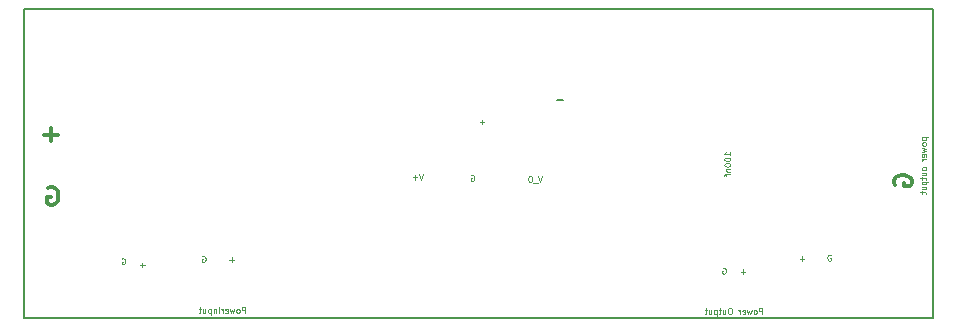
<source format=gbo>
G04 #@! TF.FileFunction,Legend,Bot*
%FSLAX46Y46*%
G04 Gerber Fmt 4.6, Leading zero omitted, Abs format (unit mm)*
G04 Created by KiCad (PCBNEW 0.201508290901+6132~28~ubuntu14.04.1-product) date Sat 02 Jan 2016 04:08:58 PM EST*
%MOMM*%
G01*
G04 APERTURE LIST*
%ADD10C,0.100000*%
%ADD11C,0.125000*%
%ADD12C,0.200000*%
%ADD13C,0.300000*%
%ADD14C,0.150000*%
G04 APERTURE END LIST*
D10*
D11*
X186074857Y-54880963D02*
X186574857Y-54880963D01*
X186098667Y-54880963D02*
X186074857Y-54928582D01*
X186074857Y-55023820D01*
X186098667Y-55071439D01*
X186122476Y-55095248D01*
X186170095Y-55119058D01*
X186312952Y-55119058D01*
X186360571Y-55095248D01*
X186384381Y-55071439D01*
X186408190Y-55023820D01*
X186408190Y-54928582D01*
X186384381Y-54880963D01*
X186408190Y-55404772D02*
X186384381Y-55357153D01*
X186360571Y-55333344D01*
X186312952Y-55309534D01*
X186170095Y-55309534D01*
X186122476Y-55333344D01*
X186098667Y-55357153D01*
X186074857Y-55404772D01*
X186074857Y-55476201D01*
X186098667Y-55523820D01*
X186122476Y-55547629D01*
X186170095Y-55571439D01*
X186312952Y-55571439D01*
X186360571Y-55547629D01*
X186384381Y-55523820D01*
X186408190Y-55476201D01*
X186408190Y-55404772D01*
X186074857Y-55738106D02*
X186408190Y-55833344D01*
X186170095Y-55928582D01*
X186408190Y-56023820D01*
X186074857Y-56119058D01*
X186384381Y-56500011D02*
X186408190Y-56452392D01*
X186408190Y-56357154D01*
X186384381Y-56309535D01*
X186336762Y-56285725D01*
X186146286Y-56285725D01*
X186098667Y-56309535D01*
X186074857Y-56357154D01*
X186074857Y-56452392D01*
X186098667Y-56500011D01*
X186146286Y-56523820D01*
X186193905Y-56523820D01*
X186241524Y-56285725D01*
X186408190Y-56738106D02*
X186074857Y-56738106D01*
X186170095Y-56738106D02*
X186122476Y-56761915D01*
X186098667Y-56785725D01*
X186074857Y-56833344D01*
X186074857Y-56880963D01*
X186408190Y-57500010D02*
X186384381Y-57452391D01*
X186360571Y-57428582D01*
X186312952Y-57404772D01*
X186170095Y-57404772D01*
X186122476Y-57428582D01*
X186098667Y-57452391D01*
X186074857Y-57500010D01*
X186074857Y-57571439D01*
X186098667Y-57619058D01*
X186122476Y-57642867D01*
X186170095Y-57666677D01*
X186312952Y-57666677D01*
X186360571Y-57642867D01*
X186384381Y-57619058D01*
X186408190Y-57571439D01*
X186408190Y-57500010D01*
X186074857Y-58095248D02*
X186408190Y-58095248D01*
X186074857Y-57880963D02*
X186336762Y-57880963D01*
X186384381Y-57904772D01*
X186408190Y-57952391D01*
X186408190Y-58023820D01*
X186384381Y-58071439D01*
X186360571Y-58095248D01*
X186074857Y-58261915D02*
X186074857Y-58452391D01*
X185908190Y-58333344D02*
X186336762Y-58333344D01*
X186384381Y-58357153D01*
X186408190Y-58404772D01*
X186408190Y-58452391D01*
X186074857Y-58619058D02*
X186574857Y-58619058D01*
X186098667Y-58619058D02*
X186074857Y-58666677D01*
X186074857Y-58761915D01*
X186098667Y-58809534D01*
X186122476Y-58833343D01*
X186170095Y-58857153D01*
X186312952Y-58857153D01*
X186360571Y-58833343D01*
X186384381Y-58809534D01*
X186408190Y-58761915D01*
X186408190Y-58666677D01*
X186384381Y-58619058D01*
X186074857Y-59285724D02*
X186408190Y-59285724D01*
X186074857Y-59071439D02*
X186336762Y-59071439D01*
X186384381Y-59095248D01*
X186408190Y-59142867D01*
X186408190Y-59214296D01*
X186384381Y-59261915D01*
X186360571Y-59285724D01*
X186074857Y-59452391D02*
X186074857Y-59642867D01*
X185908190Y-59523820D02*
X186336762Y-59523820D01*
X186384381Y-59547629D01*
X186408190Y-59595248D01*
X186408190Y-59642867D01*
D12*
X155600000Y-51700000D02*
X155650000Y-51700000D01*
X155150000Y-51700000D02*
X155600000Y-51700000D01*
D11*
X149009076Y-53578914D02*
X148628124Y-53578914D01*
X148818600Y-53769390D02*
X148818600Y-53388438D01*
X127790476Y-65235714D02*
X127409524Y-65235714D01*
X127600000Y-65426190D02*
X127600000Y-65045238D01*
X125119048Y-64950000D02*
X125166667Y-64926190D01*
X125238095Y-64926190D01*
X125309524Y-64950000D01*
X125357143Y-64997619D01*
X125380952Y-65045238D01*
X125404762Y-65140476D01*
X125404762Y-65211905D01*
X125380952Y-65307143D01*
X125357143Y-65354762D01*
X125309524Y-65402381D01*
X125238095Y-65426190D01*
X125190476Y-65426190D01*
X125119048Y-65402381D01*
X125095238Y-65378571D01*
X125095238Y-65211905D01*
X125190476Y-65211905D01*
X118319048Y-65150000D02*
X118366667Y-65126190D01*
X118438095Y-65126190D01*
X118509524Y-65150000D01*
X118557143Y-65197619D01*
X118580952Y-65245238D01*
X118604762Y-65340476D01*
X118604762Y-65411905D01*
X118580952Y-65507143D01*
X118557143Y-65554762D01*
X118509524Y-65602381D01*
X118438095Y-65626190D01*
X118390476Y-65626190D01*
X118319048Y-65602381D01*
X118295238Y-65578571D01*
X118295238Y-65411905D01*
X118390476Y-65411905D01*
X119859524Y-65685714D02*
X120240476Y-65685714D01*
X120050000Y-65876190D02*
X120050000Y-65495238D01*
X153920247Y-58154390D02*
X153753580Y-58654390D01*
X153586914Y-58154390D01*
X153539295Y-58702010D02*
X153158343Y-58702010D01*
X152944057Y-58154390D02*
X152848819Y-58154390D01*
X152801200Y-58178200D01*
X152753581Y-58225819D01*
X152729772Y-58321057D01*
X152729772Y-58487724D01*
X152753581Y-58582962D01*
X152801200Y-58630581D01*
X152848819Y-58654390D01*
X152944057Y-58654390D01*
X152991676Y-58630581D01*
X153039295Y-58582962D01*
X153063105Y-58487724D01*
X153063105Y-58321057D01*
X153039295Y-58225819D01*
X152991676Y-58178200D01*
X152944057Y-58154390D01*
X143826590Y-57951990D02*
X143659923Y-58451990D01*
X143493257Y-57951990D01*
X143326590Y-58261514D02*
X142945638Y-58261514D01*
X143136114Y-58451990D02*
X143136114Y-58071038D01*
X147875248Y-58079000D02*
X147922867Y-58055190D01*
X147994295Y-58055190D01*
X148065724Y-58079000D01*
X148113343Y-58126619D01*
X148137152Y-58174238D01*
X148160962Y-58269476D01*
X148160962Y-58340905D01*
X148137152Y-58436143D01*
X148113343Y-58483762D01*
X148065724Y-58531381D01*
X147994295Y-58555190D01*
X147946676Y-58555190D01*
X147875248Y-58531381D01*
X147851438Y-58507571D01*
X147851438Y-58340905D01*
X147946676Y-58340905D01*
X178330952Y-64850000D02*
X178283333Y-64826190D01*
X178211905Y-64826190D01*
X178140476Y-64850000D01*
X178092857Y-64897619D01*
X178069048Y-64945238D01*
X178045238Y-65040476D01*
X178045238Y-65111905D01*
X178069048Y-65207143D01*
X178092857Y-65254762D01*
X178140476Y-65302381D01*
X178211905Y-65326190D01*
X178259524Y-65326190D01*
X178330952Y-65302381D01*
X178354762Y-65278571D01*
X178354762Y-65111905D01*
X178259524Y-65111905D01*
X176090476Y-65135714D02*
X175709524Y-65135714D01*
X175900000Y-65326190D02*
X175900000Y-64945238D01*
X171090476Y-66235714D02*
X170709524Y-66235714D01*
X170900000Y-66426190D02*
X170900000Y-66045238D01*
X169169048Y-65950000D02*
X169216667Y-65926190D01*
X169288095Y-65926190D01*
X169359524Y-65950000D01*
X169407143Y-65997619D01*
X169430952Y-66045238D01*
X169454762Y-66140476D01*
X169454762Y-66211905D01*
X169430952Y-66307143D01*
X169407143Y-66354762D01*
X169359524Y-66402381D01*
X169288095Y-66426190D01*
X169240476Y-66426190D01*
X169169048Y-66402381D01*
X169145238Y-66378571D01*
X169145238Y-66211905D01*
X169240476Y-66211905D01*
D13*
X112864828Y-54640943D02*
X111721971Y-54640943D01*
X112293400Y-55212371D02*
X112293400Y-54069514D01*
X112078343Y-59168600D02*
X112221200Y-59097171D01*
X112435486Y-59097171D01*
X112649771Y-59168600D01*
X112792629Y-59311457D01*
X112864057Y-59454314D01*
X112935486Y-59740029D01*
X112935486Y-59954314D01*
X112864057Y-60240029D01*
X112792629Y-60382886D01*
X112649771Y-60525743D01*
X112435486Y-60597171D01*
X112292629Y-60597171D01*
X112078343Y-60525743D01*
X112006914Y-60454314D01*
X112006914Y-59954314D01*
X112292629Y-59954314D01*
D11*
X128750771Y-69745990D02*
X128750771Y-69245990D01*
X128560295Y-69245990D01*
X128512676Y-69269800D01*
X128488867Y-69293610D01*
X128465057Y-69341229D01*
X128465057Y-69412657D01*
X128488867Y-69460276D01*
X128512676Y-69484086D01*
X128560295Y-69507895D01*
X128750771Y-69507895D01*
X128179343Y-69745990D02*
X128226962Y-69722181D01*
X128250771Y-69698371D01*
X128274581Y-69650752D01*
X128274581Y-69507895D01*
X128250771Y-69460276D01*
X128226962Y-69436467D01*
X128179343Y-69412657D01*
X128107914Y-69412657D01*
X128060295Y-69436467D01*
X128036486Y-69460276D01*
X128012676Y-69507895D01*
X128012676Y-69650752D01*
X128036486Y-69698371D01*
X128060295Y-69722181D01*
X128107914Y-69745990D01*
X128179343Y-69745990D01*
X127846009Y-69412657D02*
X127750771Y-69745990D01*
X127655533Y-69507895D01*
X127560295Y-69745990D01*
X127465057Y-69412657D01*
X127084104Y-69722181D02*
X127131723Y-69745990D01*
X127226961Y-69745990D01*
X127274580Y-69722181D01*
X127298390Y-69674562D01*
X127298390Y-69484086D01*
X127274580Y-69436467D01*
X127226961Y-69412657D01*
X127131723Y-69412657D01*
X127084104Y-69436467D01*
X127060295Y-69484086D01*
X127060295Y-69531705D01*
X127298390Y-69579324D01*
X126846009Y-69745990D02*
X126846009Y-69412657D01*
X126846009Y-69507895D02*
X126822200Y-69460276D01*
X126798390Y-69436467D01*
X126750771Y-69412657D01*
X126703152Y-69412657D01*
X126536485Y-69745990D02*
X126536485Y-69245990D01*
X126298390Y-69412657D02*
X126298390Y-69745990D01*
X126298390Y-69460276D02*
X126274581Y-69436467D01*
X126226962Y-69412657D01*
X126155533Y-69412657D01*
X126107914Y-69436467D01*
X126084105Y-69484086D01*
X126084105Y-69745990D01*
X125846009Y-69412657D02*
X125846009Y-69912657D01*
X125846009Y-69436467D02*
X125798390Y-69412657D01*
X125703152Y-69412657D01*
X125655533Y-69436467D01*
X125631724Y-69460276D01*
X125607914Y-69507895D01*
X125607914Y-69650752D01*
X125631724Y-69698371D01*
X125655533Y-69722181D01*
X125703152Y-69745990D01*
X125798390Y-69745990D01*
X125846009Y-69722181D01*
X125179343Y-69412657D02*
X125179343Y-69745990D01*
X125393628Y-69412657D02*
X125393628Y-69674562D01*
X125369819Y-69722181D01*
X125322200Y-69745990D01*
X125250771Y-69745990D01*
X125203152Y-69722181D01*
X125179343Y-69698371D01*
X125012676Y-69412657D02*
X124822200Y-69412657D01*
X124941247Y-69245990D02*
X124941247Y-69674562D01*
X124917438Y-69722181D01*
X124869819Y-69745990D01*
X124822200Y-69745990D01*
X172533961Y-69826190D02*
X172533961Y-69326190D01*
X172343485Y-69326190D01*
X172295866Y-69350000D01*
X172272057Y-69373810D01*
X172248247Y-69421429D01*
X172248247Y-69492857D01*
X172272057Y-69540476D01*
X172295866Y-69564286D01*
X172343485Y-69588095D01*
X172533961Y-69588095D01*
X171962533Y-69826190D02*
X172010152Y-69802381D01*
X172033961Y-69778571D01*
X172057771Y-69730952D01*
X172057771Y-69588095D01*
X172033961Y-69540476D01*
X172010152Y-69516667D01*
X171962533Y-69492857D01*
X171891104Y-69492857D01*
X171843485Y-69516667D01*
X171819676Y-69540476D01*
X171795866Y-69588095D01*
X171795866Y-69730952D01*
X171819676Y-69778571D01*
X171843485Y-69802381D01*
X171891104Y-69826190D01*
X171962533Y-69826190D01*
X171629199Y-69492857D02*
X171533961Y-69826190D01*
X171438723Y-69588095D01*
X171343485Y-69826190D01*
X171248247Y-69492857D01*
X170867294Y-69802381D02*
X170914913Y-69826190D01*
X171010151Y-69826190D01*
X171057770Y-69802381D01*
X171081580Y-69754762D01*
X171081580Y-69564286D01*
X171057770Y-69516667D01*
X171010151Y-69492857D01*
X170914913Y-69492857D01*
X170867294Y-69516667D01*
X170843485Y-69564286D01*
X170843485Y-69611905D01*
X171081580Y-69659524D01*
X170629199Y-69826190D02*
X170629199Y-69492857D01*
X170629199Y-69588095D02*
X170605390Y-69540476D01*
X170581580Y-69516667D01*
X170533961Y-69492857D01*
X170486342Y-69492857D01*
X169843485Y-69326190D02*
X169748247Y-69326190D01*
X169700628Y-69350000D01*
X169653009Y-69397619D01*
X169629200Y-69492857D01*
X169629200Y-69659524D01*
X169653009Y-69754762D01*
X169700628Y-69802381D01*
X169748247Y-69826190D01*
X169843485Y-69826190D01*
X169891104Y-69802381D01*
X169938723Y-69754762D01*
X169962533Y-69659524D01*
X169962533Y-69492857D01*
X169938723Y-69397619D01*
X169891104Y-69350000D01*
X169843485Y-69326190D01*
X169200628Y-69492857D02*
X169200628Y-69826190D01*
X169414913Y-69492857D02*
X169414913Y-69754762D01*
X169391104Y-69802381D01*
X169343485Y-69826190D01*
X169272056Y-69826190D01*
X169224437Y-69802381D01*
X169200628Y-69778571D01*
X169033961Y-69492857D02*
X168843485Y-69492857D01*
X168962532Y-69326190D02*
X168962532Y-69754762D01*
X168938723Y-69802381D01*
X168891104Y-69826190D01*
X168843485Y-69826190D01*
X168676818Y-69492857D02*
X168676818Y-69992857D01*
X168676818Y-69516667D02*
X168629199Y-69492857D01*
X168533961Y-69492857D01*
X168486342Y-69516667D01*
X168462533Y-69540476D01*
X168438723Y-69588095D01*
X168438723Y-69730952D01*
X168462533Y-69778571D01*
X168486342Y-69802381D01*
X168533961Y-69826190D01*
X168629199Y-69826190D01*
X168676818Y-69802381D01*
X168010152Y-69492857D02*
X168010152Y-69826190D01*
X168224437Y-69492857D02*
X168224437Y-69754762D01*
X168200628Y-69802381D01*
X168153009Y-69826190D01*
X168081580Y-69826190D01*
X168033961Y-69802381D01*
X168010152Y-69778571D01*
X167843485Y-69492857D02*
X167653009Y-69492857D01*
X167772056Y-69326190D02*
X167772056Y-69754762D01*
X167748247Y-69802381D01*
X167700628Y-69826190D01*
X167653009Y-69826190D01*
X169826190Y-56397620D02*
X169826190Y-56111906D01*
X169826190Y-56254763D02*
X169326190Y-56254763D01*
X169397619Y-56207144D01*
X169445238Y-56159525D01*
X169469048Y-56111906D01*
X169326190Y-56707144D02*
X169326190Y-56754763D01*
X169350000Y-56802382D01*
X169373810Y-56826191D01*
X169421429Y-56850001D01*
X169516667Y-56873810D01*
X169635714Y-56873810D01*
X169730952Y-56850001D01*
X169778571Y-56826191D01*
X169802381Y-56802382D01*
X169826190Y-56754763D01*
X169826190Y-56707144D01*
X169802381Y-56659525D01*
X169778571Y-56635715D01*
X169730952Y-56611906D01*
X169635714Y-56588096D01*
X169516667Y-56588096D01*
X169421429Y-56611906D01*
X169373810Y-56635715D01*
X169350000Y-56659525D01*
X169326190Y-56707144D01*
X169326190Y-57183334D02*
X169326190Y-57230953D01*
X169350000Y-57278572D01*
X169373810Y-57302381D01*
X169421429Y-57326191D01*
X169516667Y-57350000D01*
X169635714Y-57350000D01*
X169730952Y-57326191D01*
X169778571Y-57302381D01*
X169802381Y-57278572D01*
X169826190Y-57230953D01*
X169826190Y-57183334D01*
X169802381Y-57135715D01*
X169778571Y-57111905D01*
X169730952Y-57088096D01*
X169635714Y-57064286D01*
X169516667Y-57064286D01*
X169421429Y-57088096D01*
X169373810Y-57111905D01*
X169350000Y-57135715D01*
X169326190Y-57183334D01*
X169492857Y-57564286D02*
X169826190Y-57564286D01*
X169540476Y-57564286D02*
X169516667Y-57588095D01*
X169492857Y-57635714D01*
X169492857Y-57707143D01*
X169516667Y-57754762D01*
X169564286Y-57778571D01*
X169826190Y-57778571D01*
X169492857Y-57945238D02*
X169492857Y-58135714D01*
X169826190Y-58016667D02*
X169397619Y-58016667D01*
X169350000Y-58040476D01*
X169326190Y-58088095D01*
X169326190Y-58135714D01*
D13*
X183755600Y-58914457D02*
X183684171Y-58771600D01*
X183684171Y-58557314D01*
X183755600Y-58343029D01*
X183898457Y-58200171D01*
X184041314Y-58128743D01*
X184327029Y-58057314D01*
X184541314Y-58057314D01*
X184827029Y-58128743D01*
X184969886Y-58200171D01*
X185112743Y-58343029D01*
X185184171Y-58557314D01*
X185184171Y-58700171D01*
X185112743Y-58914457D01*
X185041314Y-58985886D01*
X184541314Y-58985886D01*
X184541314Y-58700171D01*
D14*
X187000000Y-44000000D02*
X136000000Y-44000000D01*
X187000000Y-70000000D02*
X187000000Y-44000000D01*
X187000000Y-70200000D02*
X187000000Y-70000000D01*
X110000000Y-70200000D02*
X187000000Y-70200000D01*
X110000000Y-44000000D02*
X110000000Y-70200000D01*
X136000000Y-44000000D02*
X110000000Y-44000000D01*
M02*

</source>
